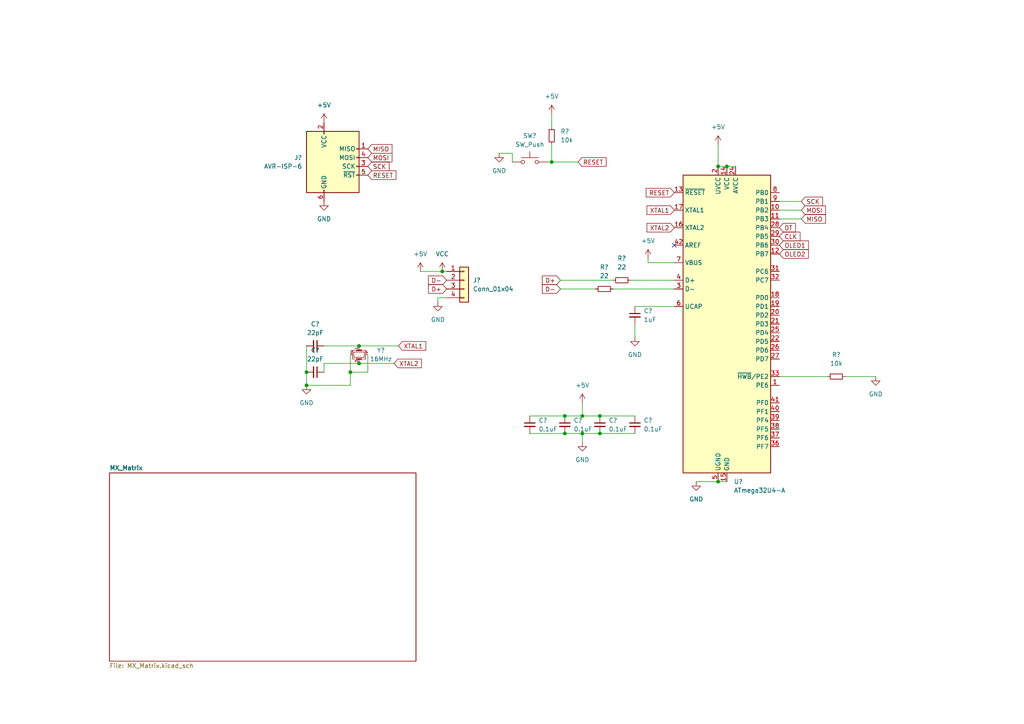
<source format=kicad_sch>
(kicad_sch (version 20211123) (generator eeschema)
  (paper "A4")
  (title_block (title "Nug Macro V3") (rev "V3") (company "MIT Liscence"))
  (lib_symbols
    (symbol "Connector:AVR-ISP-6" (pin_names (offset 1.016))
      (property "Reference" "J" (at -6.35 11.43 0))
      (property "Value" "AVR-ISP-6" (at 0 11.43 0))
      (symbol "AVR-ISP-6_0_1"
        (rectangle (start -2.667 -6.858) (end -2.413 -7.62))
        (rectangle (start -2.667 10.16) (end -2.413 9.398))
        (rectangle (start 7.62 -2.413) (end 6.858 -2.667))
        (rectangle (start 7.62 0.127) (end 6.858 -0.127))
        (rectangle (start 7.62 2.667) (end 6.858 2.413))
        (rectangle (start 7.62 5.207) (end 6.858 4.953))
        (rectangle (start 7.62 10.16) (end -7.62 -7.62) (stroke (width 0.254)) (fill (type background)))
      )
      (symbol "AVR-ISP-6_1_1"
        (pin passive line (at 10.16 5.08 180) (length 2.54) (name "MISO") (number "1"))
        (pin passive line (at -2.54 12.7 270) (length 2.54) (name "VCC") (number "2"))
        (pin passive line (at 10.16 0 180) (length 2.54) (name "SCK") (number "3"))
        (pin passive line (at 10.16 2.54 180) (length 2.54) (name "MOSI") (number "4"))
        (pin passive line (at 10.16 -2.54 180) (length 2.54) (name "~{RST}") (number "5"))
        (pin passive line (at -2.54 -10.16 90) (length 2.54) (name "GND") (number "6"))
      )
    )
    (symbol "Connector_Generic:Conn_01x04" (pin_names (offset 1.016) hide)
      (property "Reference" "J" (at 0 5.08 0))
      (property "Value" "Conn_01x04" (at 0 -7.62 0))
      (symbol "Conn_01x04_1_1"
        (rectangle (start -1.27 -4.953) (end 0 -5.207) (stroke (width 0.1524)))
        (rectangle (start -1.27 -2.413) (end 0 -2.667) (stroke (width 0.1524)))
        (rectangle (start -1.27 0.127) (end 0 -0.127) (stroke (width 0.1524)))
        (rectangle (start -1.27 2.667) (end 0 2.413) (stroke (width 0.1524)))
        (rectangle (start -1.27 3.81) (end 1.27 -6.35) (stroke (width 0.254)) (fill (type background)))
        (pin passive line (at -5.08 2.54 0) (length 3.81) (name "Pin_1") (number "1"))
        (pin passive line (at -5.08 0 0) (length 3.81) (name "Pin_2") (number "2"))
        (pin passive line (at -5.08 -2.54 0) (length 3.81) (name "Pin_3") (number "3"))
        (pin passive line (at -5.08 -5.08 0) (length 3.81) (name "Pin_4") (number "4"))
      )
    )
    (symbol "Device:C_Small" (pin_numbers hide) (pin_names (offset 0.254) hide)
      (property "Reference" "C" (at 0.254 1.778 0))
      (property "Value" "C_Small" (at 0.254 -2.032 0))
      (symbol "C_Small_0_1"
        (polyline (pts (xy -1.524 -0.508) (xy 1.524 -0.508)) (stroke (width 0.3302)))
        (polyline (pts (xy -1.524 0.508) (xy 1.524 0.508)) (stroke (width 0.3048)))
      )
      (symbol "C_Small_1_1"
        (pin passive line (at 0 2.54 270) (length 2.032) (name "~") (number "1"))
        (pin passive line (at 0 -2.54 90) (length 2.032) (name "~") (number "2"))
      )
    )
    (symbol "Device:Crystal_GND24_Small" (pin_names (offset 1.016) hide)
      (property "Reference" "Y" (at 1.27 4.445 0))
      (property "Value" "Crystal_GND24_Small" (at 1.27 2.54 0))
      (symbol "Crystal_GND24_Small_0_1"
        (rectangle (start -0.762 -1.524) (end 0.762 1.524))
        (polyline (pts (xy -1.27 -0.762) (xy -1.27 0.762)) (stroke (width 0.381)))
        (polyline (pts (xy 1.27 -0.762) (xy 1.27 0.762)) (stroke (width 0.381)))
        (polyline (pts (xy -1.27 -1.27) (xy -1.27 -1.905) (xy 1.27 -1.905) (xy 1.27 -1.27)))
        (polyline (pts (xy -1.27 1.27) (xy -1.27 1.905) (xy 1.27 1.905) (xy 1.27 1.27)))
      )
      (symbol "Crystal_GND24_Small_1_1"
        (pin passive line (at -2.54 0 0) (length 1.27) (name "1") (number "1"))
        (pin passive line (at 0 -2.54 90) (length 0.635) (name "2") (number "2"))
        (pin passive line (at 2.54 0 180) (length 1.27) (name "3") (number "3"))
        (pin passive line (at 0 2.54 270) (length 0.635) (name "4") (number "4"))
      )
    )
    (symbol "Device:R_Small" (pin_numbers hide) (pin_names (offset 0.254) hide)
      (property "Reference" "R" (at 0.762 0.508 0))
      (property "Value" "R_Small" (at 0.762 -1.016 0))
      (symbol "R_Small_0_1"
        (rectangle (start -0.762 1.778) (end 0.762 -1.778) (stroke (width 0.2032)))
      )
      (symbol "R_Small_1_1"
        (pin passive line (at 0 2.54 270) (length 0.762) (name "~") (number "1"))
        (pin passive line (at 0 -2.54 90) (length 0.762) (name "~") (number "2"))
      )
    )
    (symbol "MCU_Microchip_ATmega:ATmega32U4-A"
      (property "Reference" "U" (at -12.7 44.45 0))
      (property "Value" "ATmega32U4-A" (at 2.54 -44.45 0))
      (symbol "ATmega32U4-A_0_1"
        (rectangle (start -12.7 -43.18) (end 12.7 43.18) (stroke (width 0.254)) (fill (type background)))
      )
      (symbol "ATmega32U4-A_1_1"
        (pin bidirectional line (at 15.24 -17.78 180) (length 2.54) (name "PE6") (number "1"))
        (pin bidirectional line (at 15.24 33.02 180) (length 2.54) (name "PB2") (number "10"))
        (pin bidirectional line (at 15.24 30.48 180) (length 2.54) (name "PB3") (number "11"))
        (pin bidirectional line (at 15.24 20.32 180) (length 2.54) (name "PB7") (number "12"))
        (pin input line (at -15.24 38.1 0) (length 2.54) (name "~{RESET}") (number "13"))
        (pin power_in line (at 0 45.72 270) (length 2.54) (name "VCC") (number "14"))
        (pin power_in line (at 0 -45.72 90) (length 2.54) (name "GND") (number "15"))
        (pin output line (at -15.24 27.94 0) (length 2.54) (name "XTAL2") (number "16"))
        (pin input line (at -15.24 33.02 0) (length 2.54) (name "XTAL1") (number "17"))
        (pin bidirectional line (at 15.24 7.62 180) (length 2.54) (name "PD0") (number "18"))
        (pin bidirectional line (at 15.24 5.08 180) (length 2.54) (name "PD1") (number "19"))
        (pin power_in line (at -2.54 45.72 270) (length 2.54) (name "UVCC") (number "2"))
        (pin bidirectional line (at 15.24 2.54 180) (length 2.54) (name "PD2") (number "20"))
        (pin bidirectional line (at 15.24 0 180) (length 2.54) (name "PD3") (number "21"))
        (pin bidirectional line (at 15.24 -5.08 180) (length 2.54) (name "PD5") (number "22"))
        (pin passive line (at 0 -45.72 90) (length 2.54) hide (name "GND") (number "23"))
        (pin power_in line (at 2.54 45.72 270) (length 2.54) (name "AVCC") (number "24"))
        (pin bidirectional line (at 15.24 -2.54 180) (length 2.54) (name "PD4") (number "25"))
        (pin bidirectional line (at 15.24 -7.62 180) (length 2.54) (name "PD6") (number "26"))
        (pin bidirectional line (at 15.24 -10.16 180) (length 2.54) (name "PD7") (number "27"))
        (pin bidirectional line (at 15.24 27.94 180) (length 2.54) (name "PB4") (number "28"))
        (pin bidirectional line (at 15.24 25.4 180) (length 2.54) (name "PB5") (number "29"))
        (pin bidirectional line (at -15.24 10.16 0) (length 2.54) (name "D-") (number "3"))
        (pin bidirectional line (at 15.24 22.86 180) (length 2.54) (name "PB6") (number "30"))
        (pin bidirectional line (at 15.24 15.24 180) (length 2.54) (name "PC6") (number "31"))
        (pin bidirectional line (at 15.24 12.7 180) (length 2.54) (name "PC7") (number "32"))
        (pin bidirectional line (at 15.24 -15.24 180) (length 2.54) (name "~{HWB}/PE2") (number "33"))
        (pin passive line (at 0 45.72 270) (length 2.54) hide (name "VCC") (number "34"))
        (pin passive line (at 0 -45.72 90) (length 2.54) hide (name "GND") (number "35"))
        (pin bidirectional line (at 15.24 -35.56 180) (length 2.54) (name "PF7") (number "36"))
        (pin bidirectional line (at 15.24 -33.02 180) (length 2.54) (name "PF6") (number "37"))
        (pin bidirectional line (at 15.24 -30.48 180) (length 2.54) (name "PF5") (number "38"))
        (pin bidirectional line (at 15.24 -27.94 180) (length 2.54) (name "PF4") (number "39"))
        (pin bidirectional line (at -15.24 12.7 0) (length 2.54) (name "D+") (number "4"))
        (pin bidirectional line (at 15.24 -25.4 180) (length 2.54) (name "PF1") (number "40"))
        (pin bidirectional line (at 15.24 -22.86 180) (length 2.54) (name "PF0") (number "41"))
        (pin passive line (at -15.24 22.86 0) (length 2.54) (name "AREF") (number "42"))
        (pin passive line (at 0 -45.72 90) (length 2.54) hide (name "GND") (number "43"))
        (pin passive line (at 2.54 45.72 270) (length 2.54) hide (name "AVCC") (number "44"))
        (pin passive line (at -2.54 -45.72 90) (length 2.54) (name "UGND") (number "5"))
        (pin passive line (at -15.24 5.08 0) (length 2.54) (name "UCAP") (number "6"))
        (pin input line (at -15.24 17.78 0) (length 2.54) (name "VBUS") (number "7"))
        (pin bidirectional line (at 15.24 38.1 180) (length 2.54) (name "PB0") (number "8"))
        (pin bidirectional line (at 15.24 35.56 180) (length 2.54) (name "PB1") (number "9"))
      )
    )
    (symbol "Switch:SW_Push" (pin_numbers hide) (pin_names (offset 1.016) hide)
      (property "Reference" "SW" (at 1.27 2.54 0))
      (property "Value" "SW_Push" (at 0 -1.524 0))
      (symbol "SW_Push_0_1"
        (circle (center -2.032 0) (radius 0.508))
        (polyline (pts (xy 0 1.27) (xy 0 3.048)))
        (polyline (pts (xy 2.54 1.27) (xy -2.54 1.27)))
        (circle (center 2.032 0) (radius 0.508))
        (pin passive line (at -5.08 0 0) (length 2.54) (name "1") (number "1"))
        (pin passive line (at 5.08 0 180) (length 2.54) (name "2") (number "2"))
      )
    )
    (symbol "power:+5V" (power) (pin_names (offset 0))
      (property "Value" "+5V" (at 0 3.556 0))
      (symbol "+5V_0_1"
        (polyline (pts (xy -0.762 1.27) (xy 0 2.54)))
        (polyline (pts (xy 0 0) (xy 0 2.54)))
        (polyline (pts (xy 0 2.54) (xy 0.762 1.27)))
      )
      (symbol "+5V_1_1"
        (pin power_in line (at 0 0 90) (length 0) hide (name "+5V") (number "1"))
      )
    )
    (symbol "power:GND" (power) (pin_names (offset 0))
      (property "Value" "GND" (at 0 -3.81 0))
      (symbol "GND_0_1"
        (polyline (pts (xy 0 0) (xy 0 -1.27) (xy 1.27 -1.27) (xy 0 -2.54) (xy -1.27 -1.27) (xy 0 -1.27)))
      )
      (symbol "GND_1_1"
        (pin power_in line (at 0 0 270) (length 0) hide (name "GND") (number "1"))
      )
    )
    (symbol "power:VCC" (power) (pin_names (offset 0))
      (property "Value" "VCC" (at 0 3.81 0))
      (symbol "VCC_0_1"
        (polyline (pts (xy -0.762 1.27) (xy 0 2.54)))
        (polyline (pts (xy 0 0) (xy 0 2.54)))
        (polyline (pts (xy 0 2.54) (xy 0.762 1.27)))
      )
      (symbol "VCC_1_1"
        (pin power_in line (at 0 0 90) (length 0) hide (name "VCC") (number "1"))
      )
    )
  )
  (junction (at 88.9 111.76))
  (junction (at 160.02 46.99))
  (junction (at 88.9 107.95))
  (junction (at 101.6 107.95))
  (junction (at 104.14 100.33))
  (junction (at 163.83 120.65))
  (junction (at 173.99 120.65))
  (junction (at 163.83 125.73))
  (junction (at 210.82 48.26))
  (junction (at 104.14 105.41))
  (junction (at 128.27 78.74))
  (junction (at 208.28 139.7))
  (junction (at 168.91 125.73))
  (junction (at 173.99 125.73))
  (junction (at 208.28 48.26))
  (junction (at 168.91 120.65))
  (no_connect (at 195.58 71.12))
  (wire (pts (xy 195.58 76.2) (xy 187.96 76.2)))
  (wire (pts (xy 104.14 100.33) (xy 115.57 100.33)))
  (wire (pts (xy 162.56 81.28) (xy 177.8 81.28)))
  (wire (pts (xy 201.93 139.7) (xy 208.28 139.7)))
  (wire (pts (xy 101.6 111.76) (xy 101.6 107.95)))
  (wire (pts (xy 226.06 60.96) (xy 232.41 60.96)))
  (wire (pts (xy 168.91 125.73) (xy 173.99 125.73)))
  (wire (pts (xy 88.9 107.95) (xy 88.9 111.76)))
  (wire (pts (xy 160.02 33.02) (xy 160.02 36.83)))
  (wire (pts (xy 187.96 76.2) (xy 187.96 74.93)))
  (wire (pts (xy 104.14 105.41) (xy 114.3 105.41)))
  (wire (pts (xy 121.92 78.74) (xy 128.27 78.74)))
  (wire (pts (xy 226.06 58.42) (xy 232.41 58.42)))
  (wire (pts (xy 184.15 93.98) (xy 184.15 97.79)))
  (wire (pts (xy 208.28 139.7) (xy 210.82 139.7)))
  (wire (pts (xy 129.54 86.36) (xy 127 86.36)))
  (wire (pts (xy 208.28 41.91) (xy 208.28 48.26)))
  (wire (pts (xy 177.8 83.82) (xy 195.58 83.82)))
  (wire (pts (xy 160.02 46.99) (xy 167.64 46.99)))
  (wire (pts (xy 93.98 105.41) (xy 93.98 107.95)))
  (wire (pts (xy 148.59 46.99) (xy 148.59 44.45)))
  (wire (pts (xy 210.82 48.26) (xy 213.36 48.26)))
  (wire (pts (xy 182.88 81.28) (xy 195.58 81.28)))
  (wire (pts (xy 173.99 125.73) (xy 184.15 125.73)))
  (wire (pts (xy 168.91 120.65) (xy 173.99 120.65)))
  (wire (pts (xy 168.91 125.73) (xy 168.91 128.27)))
  (wire (pts (xy 101.6 107.95) (xy 101.6 102.87)))
  (wire (pts (xy 163.83 120.65) (xy 168.91 120.65)))
  (wire (pts (xy 128.27 78.74) (xy 129.54 78.74)))
  (wire (pts (xy 148.59 44.45) (xy 144.78 44.45)))
  (wire (pts (xy 226.06 109.22) (xy 240.03 109.22)))
  (wire (pts (xy 184.15 88.9) (xy 195.58 88.9)))
  (wire (pts (xy 88.9 111.76) (xy 101.6 111.76)))
  (wire (pts (xy 226.06 63.5) (xy 232.41 63.5)))
  (wire (pts (xy 104.14 105.41) (xy 93.98 105.41)))
  (wire (pts (xy 153.67 120.65) (xy 163.83 120.65)))
  (wire (pts (xy 172.72 83.82) (xy 162.56 83.82)))
  (wire (pts (xy 173.99 120.65) (xy 184.15 120.65)))
  (wire (pts (xy 104.14 100.33) (xy 93.98 100.33)))
  (wire (pts (xy 106.68 107.95) (xy 101.6 107.95)))
  (wire (pts (xy 106.68 102.87) (xy 106.68 107.95)))
  (wire (pts (xy 153.67 125.73) (xy 163.83 125.73)))
  (wire (pts (xy 163.83 125.73) (xy 168.91 125.73)))
  (wire (pts (xy 168.91 116.84) (xy 168.91 120.65)))
  (wire (pts (xy 160.02 41.91) (xy 160.02 46.99)))
  (wire (pts (xy 88.9 100.33) (xy 88.9 107.95)))
  (wire (pts (xy 158.75 46.99) (xy 160.02 46.99)))
  (wire (pts (xy 245.11 109.22) (xy 254 109.22)))
  (wire (pts (xy 127 86.36) (xy 127 87.63)))
  (wire (pts (xy 208.28 48.26) (xy 210.82 48.26)))
  (global_label "D-" (shape input) (at 162.56 83.82 180) (property "Intersheet References" "${INTERSHEET_REFS}" (effects hide)))
  (global_label "DT" (shape input) (at 226.06 66.04 0) (property "Intersheet References" "${INTERSHEET_REFS}" (effects hide)))
  (global_label "D+" (shape input) (at 162.56 81.28 180) (property "Intersheet References" "${INTERSHEET_REFS}" (effects hide)))
  (global_label "RESET" (shape input) (at 195.58 55.88 180) (property "Intersheet References" "${INTERSHEET_REFS}" (effects hide)))
  (global_label "XTAL2" (shape input) (at 114.3 105.41 0) (property "Intersheet References" "${INTERSHEET_REFS}" (effects hide)))
  (global_label "D-" (shape input) (at 129.54 81.28 180) (property "Intersheet References" "${INTERSHEET_REFS}" (effects hide)))
  (global_label "MOSI" (shape input) (at 106.68 45.72 0) (property "Intersheet References" "${INTERSHEET_REFS}" (effects hide)))
  (global_label "OLED2" (shape input) (at 226.06 73.66 0) (property "Intersheet References" "${INTERSHEET_REFS}" (effects hide)))
  (global_label "XTAL1" (shape input) (at 115.57 100.33 0) (property "Intersheet References" "${INTERSHEET_REFS}" (effects hide)))
  (global_label "MOSI" (shape input) (at 232.41 60.96 0) (property "Intersheet References" "${INTERSHEET_REFS}" (effects hide)))
  (global_label "SCK" (shape input) (at 232.41 58.42 0) (property "Intersheet References" "${INTERSHEET_REFS}" (effects hide)))
  (global_label "SCK" (shape input) (at 106.68 48.26 0) (property "Intersheet References" "${INTERSHEET_REFS}" (effects hide)))
  (global_label "XTAL1" (shape input) (at 195.58 60.96 180) (property "Intersheet References" "${INTERSHEET_REFS}" (effects hide)))
  (global_label "RESET" (shape input) (at 106.68 50.8 0) (property "Intersheet References" "${INTERSHEET_REFS}" (effects hide)))
  (global_label "CLK" (shape input) (at 226.06 68.58 0) (property "Intersheet References" "${INTERSHEET_REFS}" (effects hide)))
  (global_label "MISO" (shape input) (at 106.68 43.18 0) (property "Intersheet References" "${INTERSHEET_REFS}" (effects hide)))
  (global_label "RESET" (shape input) (at 167.64 46.99 0) (property "Intersheet References" "${INTERSHEET_REFS}" (effects hide)))
  (global_label "XTAL2" (shape input) (at 195.58 66.04 180) (property "Intersheet References" "${INTERSHEET_REFS}" (effects hide)))
  (global_label "MISO" (shape input) (at 232.41 63.5 0) (property "Intersheet References" "${INTERSHEET_REFS}" (effects hide)))
  (global_label "OLED1" (shape input) (at 226.06 71.12 0) (property "Intersheet References" "${INTERSHEET_REFS}" (effects hide)))
  (global_label "D+" (shape input) (at 129.54 83.82 180) (property "Intersheet References" "${INTERSHEET_REFS}" (effects hide)))
  (symbol (lib_id "Connector_Generic:Conn_01x04") (at 134.62 81.28 0) (unit 1)
    (property "Reference" "J?" (at 137.16 81.2799 0) (effects (justify left)))
    (property "Value" "Conn_01x04" (at 137.16 83.8199 0) (effects (justify left)))
  )
  (symbol (lib_id "power:+5V") (at 93.98 35.56 0) (unit 1)
    (property "Reference" "#PWR?" (effects hide))
    (property "Value" "+5V" (at 93.98 30.48 0))
  )
  (symbol (lib_id "power:+5V") (at 121.92 78.74 0) (unit 1)
    (property "Reference" "#PWR?" (effects hide))
    (property "Value" "+5V" (at 121.92 73.66 0))
  )
  (symbol (lib_id "power:+5V") (at 208.28 41.91 0) (unit 1)
    (property "Reference" "#PWR?" (effects hide))
    (property "Value" "+5V" (at 208.28 36.83 0))
  )
  (symbol (lib_id "power:GND") (at 201.93 139.7 0) (unit 1)
    (property "Reference" "#PWR?" (effects hide))
    (property "Value" "GND" (at 201.93 144.78 0))
  )
  (symbol (lib_id "power:GND") (at 93.98 58.42 0) (unit 1)
    (property "Reference" "#PWR?" (effects hide))
    (property "Value" "GND" (at 93.98 63.5 0))
  )
  (symbol (lib_id "power:GND") (at 88.9 111.76 0) (unit 1)
    (property "Reference" "#PWR?" (effects hide))
    (property "Value" "GND" (at 88.9 116.84 0))
  )
  (symbol (lib_id "Device:C_Small") (at 184.15 91.44 0) (unit 1)
    (property "Reference" "C?" (at 186.69 90.1762 0) (effects (justify left)))
    (property "Value" "1uF" (at 186.69 92.7162 0) (effects (justify left)))
  )
  (symbol (lib_id "Device:R_Small") (at 242.57 109.22 270) (unit 1)
    (property "Reference" "R?" (at 242.57 102.87 90))
    (property "Value" "10k" (at 242.57 105.41 90))
  )
  (symbol (lib_id "power:+5V") (at 187.96 74.93 0) (unit 1)
    (property "Reference" "#PWR?" (effects hide))
    (property "Value" "+5V" (at 187.96 69.85 0))
  )
  (symbol (lib_id "power:GND") (at 144.78 44.45 0) (unit 1)
    (property "Reference" "#PWR?" (effects hide))
    (property "Value" "GND" (at 144.78 49.53 0))
  )
  (symbol (lib_id "Device:C_Small") (at 184.15 123.19 0) (unit 1)
    (property "Reference" "C?" (at 186.69 121.9262 0) (effects (justify left)))
    (property "Value" "0.1uF" (at 186.69 124.4662 0) (effects (justify left)))
  )
  (symbol (lib_id "Device:C_Small") (at 91.44 107.95 270) (unit 1)
    (property "Reference" "C?" (at 91.44 101.6 90))
    (property "Value" "22pF" (at 91.44 104.14 90))
  )
  (symbol (lib_id "power:GND") (at 184.15 97.79 0) (unit 1)
    (property "Reference" "#PWR?" (effects hide))
    (property "Value" "GND" (at 184.15 102.87 0))
  )
  (symbol (lib_id "Connector:AVR-ISP-6") (at 96.52 48.26 0) (unit 1)
    (property "Reference" "J?" (at 87.63 45.7199 0) (effects (justify right)))
    (property "Value" "AVR-ISP-6" (at 87.63 48.2599 0) (effects (justify right)))
    (property "Datasheet" " ~" (effects hide))
  )
  (symbol (lib_id "power:+5V") (at 168.91 116.84 0) (unit 1)
    (property "Reference" "#PWR?" (effects hide))
    (property "Value" "+5V" (at 168.91 111.76 0))
  )
  (symbol (lib_id "Device:C_Small") (at 91.44 100.33 270) (unit 1)
    (property "Reference" "C?" (at 91.4336 93.98 90))
    (property "Value" "22pF" (at 91.4336 96.52 90))
  )
  (symbol (lib_id "Switch:SW_Push") (at 153.67 46.99 0) (unit 1)
    (property "Reference" "SW?" (at 153.67 39.37 0))
    (property "Value" "SW_Push" (at 153.67 41.91 0))
  )
  (symbol (lib_id "Device:R_Small") (at 160.02 39.37 0) (unit 1)
    (property "Reference" "R?" (at 162.56 38.0999 0) (effects (justify left)))
    (property "Value" "10k" (at 162.56 40.6399 0) (effects (justify left)))
  )
  (symbol (lib_id "Device:C_Small") (at 173.99 123.19 0) (unit 1)
    (property "Reference" "C?" (at 176.53 121.9262 0) (effects (justify left)))
    (property "Value" "0.1uF" (at 176.53 124.4662 0) (effects (justify left)))
  )
  (symbol (lib_id "power:GND") (at 127 87.63 0) (unit 1)
    (property "Reference" "#PWR?" (effects hide))
    (property "Value" "GND" (at 127 92.71 0))
  )
  (symbol (lib_id "power:GND") (at 254 109.22 0) (unit 1)
    (property "Reference" "#PWR?" (effects hide))
    (property "Value" "GND" (at 254 114.3 0))
  )
  (symbol (lib_id "Device:R_Small") (at 175.26 83.82 270) (unit 1)
    (property "Reference" "R?" (at 175.26 77.47 90))
    (property "Value" "22" (at 175.26 80.01 90))
  )
  (symbol (lib_id "Device:Crystal_GND24_Small") (at 104.14 102.87 270) (unit 1)
    (property "Reference" "Y?" (at 110.49 101.6 90))
    (property "Value" "16MHz" (at 110.49 104.14 90))
  )
  (symbol (lib_id "Device:R_Small") (at 180.34 81.28 270) (unit 1)
    (property "Reference" "R?" (at 180.34 74.93 90))
    (property "Value" "22" (at 180.34 77.47 90))
  )
  (symbol (lib_id "power:GND") (at 168.91 128.27 0) (unit 1)
    (property "Reference" "#PWR?" (effects hide))
    (property "Value" "GND" (at 168.91 133.35 0))
  )
  (symbol (lib_id "Device:C_Small") (at 153.67 123.19 0) (unit 1)
    (property "Reference" "C?" (at 156.21 121.9262 0) (effects (justify left)))
    (property "Value" "0.1uF" (at 156.21 124.4662 0) (effects (justify left)))
  )
  (symbol (lib_id "power:VCC") (at 128.27 78.74 0) (unit 1)
    (property "Reference" "#PWR?" (effects hide))
    (property "Value" "VCC" (at 128.27 73.66 0))
  )
  (symbol (lib_id "MCU_Microchip_ATmega:ATmega32U4-A") (at 210.82 93.98 0) (unit 1)
    (property "Reference" "U?" (at 212.8394 139.7 0) (effects (justify left)))
    (property "Value" "ATmega32U4-A" (at 212.8394 142.24 0) (effects (justify left)))
    (property "Footprint" "Package_QFP:TQFP-44_10x10mm_P0.8mm" (effects hide))
    (property "Datasheet" "http://ww1.microchip.com/downloads/en/DeviceDoc/Atmel-7766-8-bit-AVR-ATmega16U4-32U4_Datasheet.pdf" (effects hide))
  )
  (symbol (lib_id "Device:C_Small") (at 163.83 123.19 0) (unit 1)
    (property "Reference" "C?" (at 166.37 121.9262 0) (effects (justify left)))
    (property "Value" "0.1uF" (at 166.37 124.4662 0) (effects (justify left)))
  )
  (symbol (lib_id "power:+5V") (at 160.02 33.02 0) (unit 1)
    (property "Reference" "#PWR?" (effects hide))
    (property "Value" "+5V" (at 160.02 27.94 0))
  )
  (sheet (at 31.75 137.16) (size 88.9 54.61) (stroke (width 0.1524))
    (property "Sheet name" "MX_Matrix" (at 31.75 136.4484 0) (effects (font bold) (justify left bottom)))
    (property "Sheet file" "MX_Matrix.kicad_sch" (at 31.75 192.3546 0) (effects (justify left top)))
  )
)
</source>
